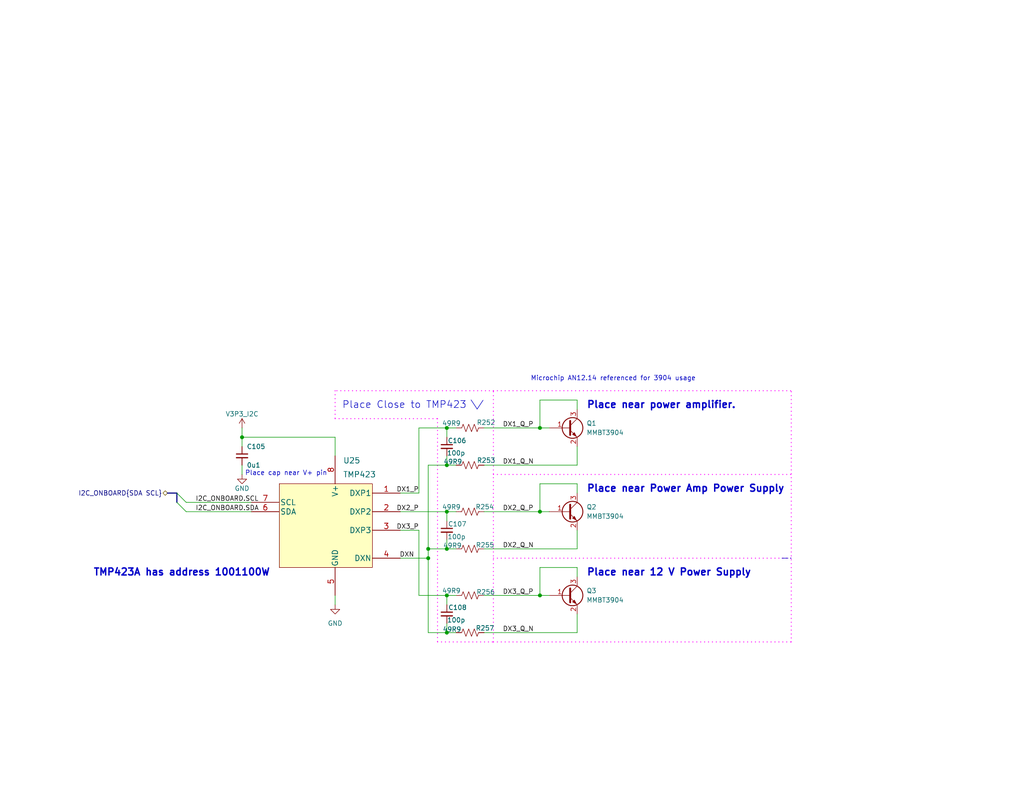
<source format=kicad_sch>
(kicad_sch (version 20211123) (generator eeschema)
  (paper "A")
  (title_block (title "Clock-Radio Main") (date "2022-03-05") (rev "0.5") (company "Ruralguru Projects") (comment 1 "Earl Watkins"))
  (lib_symbols
    (symbol "Device:C_Small" (pin_numbers hide) (pin_names (offset 0.254) hide)
      (property "Reference" "C" (at 0.254 1.778 0))
      (property "Value" "C_Small" (at 0.254 -2.032 0))
      (symbol "C_Small_0_1"
        (polyline (pts (xy -1.524 -0.508) (xy 1.524 -0.508)) (stroke (width 0.3302)))
        (polyline (pts (xy -1.524 0.508) (xy 1.524 0.508)) (stroke (width 0.3048)))
      )
      (symbol "C_Small_1_1"
        (pin passive line (at 0 2.54 270) (length 2.032) (name "~") (number "1"))
        (pin passive line (at 0 -2.54 90) (length 2.032) (name "~") (number "2"))
      )
    )
    (symbol "Device:R_US" (pin_numbers hide) (pin_names (offset 0))
      (property "Reference" "R" (at 2.54 0 90))
      (property "Value" "R_US" (at -2.54 0 90))
      (symbol "R_US_0_1"
        (polyline (pts (xy 0 -2.286) (xy 0 -2.54)))
        (polyline (pts (xy 0 2.286) (xy 0 2.54)))
        (polyline (pts (xy 0 -0.762) (xy 1.016 -1.143) (xy 0 -1.524) (xy -1.016 -1.905) (xy 0 -2.286)))
        (polyline (pts (xy 0 0.762) (xy 1.016 0.381) (xy 0 0) (xy -1.016 -0.381) (xy 0 -0.762)))
        (polyline (pts (xy 0 2.286) (xy 1.016 1.905) (xy 0 1.524) (xy -1.016 1.143) (xy 0 0.762)))
      )
      (symbol "R_US_1_1"
        (pin passive line (at 0 3.81 270) (length 1.27) (name "~") (number "1"))
        (pin passive line (at 0 -3.81 90) (length 1.27) (name "~") (number "2"))
      )
    )
    (symbol "ERW_Power:V3P3_I2C" (power) (pin_numbers hide) (pin_names (offset 0) hide)
      (property "Value" "V3P3_I2C" (at 0 3.556 0))
      (symbol "V3P3_I2C_0_1"
        (polyline (pts (xy -0.762 1.27) (xy 0 2.54)))
        (polyline (pts (xy 0 0) (xy 0 2.54)))
        (polyline (pts (xy 0 2.54) (xy 0.762 1.27)))
      )
      (symbol "V3P3_I2C_1_1"
        (pin power_in line (at 0 0 90) (length 0) hide (name "V3P3_I2C") (number "1"))
      )
    )
    (symbol "ERW_Sensor:TMP423" (pin_names (offset 0.254))
      (property "Reference" "U" (at 20.32 2.54 0))
      (property "Value" "TMP423" (at 2.54 2.54 0))
      (symbol "TMP423_0_1"
        (rectangle (start 25.4 -22.86) (end 0 0) (stroke (width 0.1524)) (fill (type background)))
      )
      (symbol "TMP423_1_1"
        (pin bidirectional line (at 33.02 -2.54 180) (length 7.62) (name "DXP1") (number "1"))
        (pin bidirectional line (at 33.02 -7.62 180) (length 7.62) (name "DXP2") (number "2"))
        (pin bidirectional line (at 33.02 -12.7 180) (length 7.62) (name "DXP3") (number "3"))
        (pin input line (at 33.02 -20.32 180) (length 7.62) (name "DXN") (number "4"))
        (pin power_in line (at 15.24 -30.48 90) (length 7.62) (name "GND") (number "5"))
        (pin bidirectional line (at -7.62 -7.62 0) (length 7.62) (name "SDA") (number "6"))
        (pin input line (at -7.62 -5.08 0) (length 7.62) (name "SCL") (number "7"))
        (pin power_in line (at 15.24 7.62 270) (length 7.62) (name "V+") (number "8"))
      )
    )
    (symbol "Transistor_BJT:MMBT3904" (pin_names (offset 0) hide)
      (property "Reference" "Q" (at 5.08 1.905 0))
      (property "Value" "MMBT3904" (at 5.08 0 0))
      (symbol "MMBT3904_0_1"
        (polyline (pts (xy 0.635 0.635) (xy 2.54 2.54)))
        (polyline (pts (xy 0.635 -0.635) (xy 2.54 -2.54) (xy 2.54 -2.54)))
        (polyline (pts (xy 0.635 1.905) (xy 0.635 -1.905) (xy 0.635 -1.905)) (stroke (width 0.508)))
        (polyline (pts (xy 1.27 -1.778) (xy 1.778 -1.27) (xy 2.286 -2.286) (xy 1.27 -1.778) (xy 1.27 -1.778)) (fill (type outline)))
        (circle (center 1.27 0) (radius 2.8194) (stroke (width 0.254)))
      )
      (symbol "MMBT3904_1_1"
        (pin input line (at -5.08 0 0) (length 5.715) (name "B") (number "1"))
        (pin passive line (at 2.54 -5.08 90) (length 2.54) (name "E") (number "2"))
        (pin passive line (at 2.54 5.08 270) (length 2.54) (name "C") (number "3"))
      )
    )
    (symbol "power:GND" (power) (pin_names (offset 0))
      (property "Value" "GND" (at 0 -3.81 0))
      (symbol "GND_0_1"
        (polyline (pts (xy 0 0) (xy 0 -1.27) (xy 1.27 -1.27) (xy 0 -2.54) (xy -1.27 -1.27) (xy 0 -1.27)))
      )
      (symbol "GND_1_1"
        (pin power_in line (at 0 0 270) (length 0) hide (name "GND") (number "1"))
      )
    )
  )
  (junction (at 147.32 139.7))
  (junction (at 147.32 162.56))
  (junction (at 121.92 116.84))
  (junction (at 116.84 149.86))
  (junction (at 66.04 119.38))
  (junction (at 147.32 116.84))
  (junction (at 121.92 127))
  (junction (at 121.92 172.72))
  (junction (at 121.92 162.56))
  (junction (at 116.84 152.4))
  (junction (at 121.92 139.7))
  (junction (at 121.92 149.86))
  (bus_entry (at 48.26 137.16) (size 2.54 2.54))
  (bus_entry (at 48.26 134.62) (size 2.54 2.54))
  (wire (pts (xy 132.08 127) (xy 157.48 127)))
  (polyline (pts (xy 134.62 175.26) (xy 134.62 106.68)) (stroke (width 0.254) (type dot) (color 255 0 255 1)))
  (wire (pts (xy 116.84 172.72) (xy 121.92 172.72)))
  (polyline (pts (xy 119.38 175.26) (xy 134.62 175.26)) (stroke (width 0.254) (type dot) (color 255 0 255 1)))
  (wire (pts (xy 157.48 132.08) (xy 147.32 132.08)))
  (wire (pts (xy 157.48 109.22) (xy 147.32 109.22)))
  (wire (pts (xy 147.32 154.94) (xy 147.32 162.56)))
  (wire (pts (xy 157.48 134.62) (xy 157.48 132.08)))
  (polyline (pts (xy 134.62 175.26) (xy 215.9 175.26)) (stroke (width 0.254) (type dot) (color 255 0 255 1)))
  (wire (pts (xy 114.3 162.56) (xy 121.92 162.56)))
  (polyline (pts (xy 91.44 114.3) (xy 119.38 114.3)) (stroke (width 0.254) (type dot) (color 255 0 255 1)))
  (wire (pts (xy 121.92 147.32) (xy 121.92 149.86)))
  (wire (pts (xy 132.08 116.84) (xy 147.32 116.84)))
  (wire (pts (xy 132.08 139.7) (xy 147.32 139.7)))
  (wire (pts (xy 109.22 152.4) (xy 116.84 152.4)))
  (wire (pts (xy 121.92 116.84) (xy 121.92 119.38)))
  (wire (pts (xy 157.48 121.92) (xy 157.48 127)))
  (wire (pts (xy 116.84 127) (xy 116.84 149.86)))
  (wire (pts (xy 121.92 170.18) (xy 121.92 172.72)))
  (polyline (pts (xy 134.62 152.4) (xy 215.9 152.4)) (stroke (width 0.254) (type dot) (color 255 0 255 1)))
  (wire (pts (xy 66.04 127) (xy 66.04 129.54)))
  (wire (pts (xy 121.92 149.86) (xy 124.46 149.86)))
  (wire (pts (xy 124.46 116.84) (xy 121.92 116.84)))
  (wire (pts (xy 121.92 139.7) (xy 121.92 142.24)))
  (wire (pts (xy 109.22 139.7) (xy 121.92 139.7)))
  (wire (pts (xy 114.3 116.84) (xy 121.92 116.84)))
  (wire (pts (xy 147.32 162.56) (xy 149.86 162.56)))
  (wire (pts (xy 132.08 149.86) (xy 157.48 149.86)))
  (wire (pts (xy 157.48 111.76) (xy 157.48 109.22)))
  (wire (pts (xy 114.3 144.78) (xy 114.3 162.56)))
  (wire (pts (xy 68.58 137.16) (xy 50.8 137.16)))
  (wire (pts (xy 121.92 162.56) (xy 121.92 165.1)))
  (polyline (pts (xy 119.38 114.3) (xy 119.38 175.26)) (stroke (width 0.254) (type dot) (color 255 0 255 1)))
  (wire (pts (xy 147.32 132.08) (xy 147.32 139.7)))
  (wire (pts (xy 121.92 124.46) (xy 121.92 127)))
  (wire (pts (xy 116.84 149.86) (xy 116.84 152.4)))
  (polyline (pts (xy 134.62 106.68) (xy 91.44 106.68)) (stroke (width 0.254) (type dot) (color 255 0 255 1)))
  (wire (pts (xy 66.04 119.38) (xy 91.44 119.38)))
  (wire (pts (xy 147.32 116.84) (xy 149.86 116.84)))
  (wire (pts (xy 147.32 109.22) (xy 147.32 116.84)))
  (wire (pts (xy 147.32 139.7) (xy 149.86 139.7)))
  (wire (pts (xy 68.58 139.7) (xy 50.8 139.7)))
  (wire (pts (xy 124.46 139.7) (xy 121.92 139.7)))
  (wire (pts (xy 91.44 124.46) (xy 91.44 119.38)))
  (wire (pts (xy 116.84 152.4) (xy 116.84 172.72)))
  (polyline (pts (xy 134.62 129.54) (xy 215.9 129.54)) (stroke (width 0.254) (type dot) (color 255 0 255 1)))
  (wire (pts (xy 114.3 134.62) (xy 114.3 116.84)))
  (wire (pts (xy 157.48 154.94) (xy 147.32 154.94)))
  (polyline (pts (xy 91.44 106.68) (xy 91.44 114.3)) (stroke (width 0.254) (type dot) (color 255 0 255 1)))
  (wire (pts (xy 66.04 121.92) (xy 66.04 119.38)))
  (bus (pts (xy 48.26 134.62) (xy 48.26 137.16)))
  (polyline (pts (xy 213.36 152.4) (xy 215.9 152.4)))
  (wire (pts (xy 66.04 119.38) (xy 66.04 116.84)))
  (wire (pts (xy 132.08 162.56) (xy 147.32 162.56)))
  (wire (pts (xy 109.22 144.78) (xy 114.3 144.78)))
  (wire (pts (xy 124.46 162.56) (xy 121.92 162.56)))
  (wire (pts (xy 116.84 127) (xy 121.92 127)))
  (bus (pts (xy 45.72 134.62) (xy 48.26 134.62)))
  (polyline (pts (xy 134.62 106.68) (xy 215.9 106.68)) (stroke (width 0.254) (type dot) (color 255 0 255 1)))
  (wire (pts (xy 157.48 167.64) (xy 157.48 172.72)))
  (wire (pts (xy 157.48 144.78) (xy 157.48 149.86)))
  (wire (pts (xy 109.22 134.62) (xy 114.3 134.62)))
  (wire (pts (xy 157.48 157.48) (xy 157.48 154.94)))
  (polyline (pts (xy 215.9 175.26) (xy 215.9 106.68)) (stroke (width 0.254) (type dot) (color 255 0 255 1)))
  (wire (pts (xy 121.92 127) (xy 124.46 127)))
  (wire (pts (xy 121.92 172.72) (xy 124.46 172.72)))
  (wire (pts (xy 116.84 149.86) (xy 121.92 149.86)))
  (wire (pts (xy 132.08 172.72) (xy 157.48 172.72)))
  (wire (pts (xy 91.44 162.56) (xy 91.44 165.1)))
  (text "Place cap near V+ pin" (at 66.8489 130.0125 0) (effects (font (size 1.27 1.27)) (justify left bottom)))
  (text "${SHEETNAME}" (at 12.7 30.48 0) (effects (font (size 10.16 10.16) (thickness 2.032) bold) (justify left bottom)))
  (text "Place near 12 V Power Supply" (at 160.02 157.48 0) (effects (font (size 1.905 1.905) (thickness 0.381) bold) (justify left bottom)))
  (text "Place near Power Amp Power Supply" (at 160.02 134.62 0) (effects (font (size 1.905 1.905) (thickness 0.381) bold) (justify left bottom)))
  (text "Microchip AN12.14 referenced for 3904 usage" (at 144.78 104.14 0) (effects (font (size 1.27 1.27)) (justify left bottom)))
  (text "TMP423A has address 1001100W" (at 25.4 157.48 0) (effects (font (size 1.905 1.905) (thickness 0.381) bold) (justify left bottom)))
  (text "Place near power amplifier." (at 160.02 111.76 0) (effects (font (size 1.905 1.905) (thickness 0.381) bold) (justify left bottom)))
  (text "Place Close to TMP423 \\/" (at 132.08 111.76 180) (effects (font (size 1.905 1.905)) (justify right bottom)))
  (label "DX2_Q_P" (at 137.16 139.7 0))
  (label "DX3_Q_P" (at 137.16 162.56 0))
  (label "DX1_Q_P" (at 137.16 116.84 0))
  (label "DX2_Q_N" (at 137.16 149.86 0))
  (label "DXN" (at 113.03 152.4 180))
  (label "I2C_ONBOARD.SDA" (at 53.34 139.7 0))
  (label "DX1_Q_N" (at 137.16 127 0))
  (label "DX2_P" (at 114.3 139.7 180))
  (label "DX3_Q_N" (at 137.16 172.72 0))
  (label "DX3_P" (at 114.3 144.78 180))
  (label "DX1_P" (at 114.3 134.62 180))
  (label "I2C_ONBOARD.SCL" (at 53.34 137.16 0))
  (hierarchical_label "I2C_ONBOARD{SDA SCL}" (shape bidirectional) (at 45.72 134.62 180))
  (symbol (lib_id "Transistor_BJT:MMBT3904") (at 154.94 116.84 0) (unit 1)
    (property "Reference" "Q1" (at 160.02 115.5699 0) (effects (justify left)))
    (property "Value" "MMBT3904" (at 160.02 118.1099 0) (effects (justify left)))
    (property "Footprint" "ERW_DFN:DFN-3" (effects hide))
    (property "Datasheet" "https://www.onsemi.com/pub/Collateral/2N3903-D.PDF" (effects hide))
    (property "Description" "Transistors - BJT General Purpose Tran X1-DFN1006-3,10K" (effects hide))
    (property "MFR" "Diodes Incorporated" (effects hide))
    (property "MPN" "MMBT3904LP-7B" (effects hide))
    (property "Status" "ALWAYS" (effects hide))
    (property "Vendor" "Mouser" (effects hide))
    (property "Vendor PN" "621-MMBT3904LP-7B" (effects hide))
  )
  (symbol (lib_id "ERW_Sensor:TMP423") (at 76.2 132.08 0) (unit 1)
    (property "Reference" "U25" (at 93.5851 125.73 0) (effects (font (size 1.524 1.524)) (justify left)))
    (property "Value" "TMP423" (at 93.5851 129.54 0) (effects (font (size 1.524 1.524)) (justify left)))
    (property "Footprint" "ERW_SO:SO-8_3x3mm_P0.65mm" (effects hide))
    (property "Description" "Temperature Sensors 3Ch Remote -40 to 125" (effects hide))
    (property "MFR" "Texas Instruments" (effects hide))
    (property "MPN" "TMP423AQDCNTQ1" (effects hide))
    (property "Status" "ALWAYS" (effects hide))
    (property "Vendor" "Mouser" (effects hide))
    (property "Vendor PN" "595-TMP423AQDCNTQ1" (effects hide))
  )
  (symbol (lib_id "Device:C_Small") (at 121.92 121.92 0) (unit 1)
    (property "Reference" "C106" (at 122.1596 120.3099 0) (effects (justify left)))
    (property "Value" "100p" (at 121.9394 123.6869 0) (effects (justify left)))
    (property "Footprint" "Capacitor_SMD:C_0603_1608Metric_Pad1.08x0.95mm_HandSolder" (effects hide))
    (property "Description" "MLCC - SMD/SMT 16V 100pF C0G 0603 5%" (effects hide))
    (property "MFR" "YAGEO" (effects hide))
    (property "MPN" "CC0603JRNPO7BN101" (effects hide))
    (property "Status" "ALWAYS" (effects hide))
    (property "Vendor" "Mouser" (effects hide))
    (property "Vendor PN" "603-CC0603JR7BN101" (effects hide))
  )
  (symbol (lib_id "Device:R_US") (at 128.27 139.7 90) (unit 1)
    (property "Reference" "R254" (at 129.7235 138.381 90) (effects (justify right)))
    (property "Value" "49R9" (at 125.73 138.43 90) (effects (justify left)))
    (property "Footprint" "Resistor_SMD:R_0603_1608Metric_Pad0.98x0.95mm_HandSolder" (effects hide))
    (property "Vendor" "Mouser" (effects hide))
    (property "Description" "Resistors - SMD 1/10W 49.9 Ohms 0.5%" (effects hide))
    (property "MFR" "YAGEO" (effects hide))
    (property "MPN" "RT0603DRE0749R9L" (effects hide))
    (property "Vendor PN" "603-RT0603DRE0749R9L" (effects hide))
  )
  (symbol (lib_id "power:GND") (at 91.44 165.1 0) (unit 1)
    (property "Reference" "#PWR0101" (effects hide))
    (property "Value" "GND" (at 91.44 170.18 0))
  )
  (symbol (lib_id "Device:R_US") (at 128.27 127 90) (unit 1)
    (property "Reference" "R253" (at 130.0906 125.6936 90) (effects (justify right)))
    (property "Value" "49R9" (at 126.124 126.0479 90) (effects (justify left)))
    (property "Footprint" "Resistor_SMD:R_0603_1608Metric_Pad0.98x0.95mm_HandSolder" (effects hide))
    (property "Vendor" "Mouser" (effects hide))
    (property "Description" "Resistors - SMD 1/10W 49.9 Ohms 0.5%" (effects hide))
    (property "MFR" "YAGEO" (effects hide))
    (property "MPN" "RT0603DRE0749R9L" (effects hide))
    (property "Vendor PN" "603-RT0603DRE0749R9L" (effects hide))
  )
  (symbol (lib_id "power:GND") (at 66.04 129.54 0) (unit 1)
    (property "Reference" "#PWR0100" (effects hide))
    (property "Value" "GND" (at 66.04 133.35 0))
  )
  (symbol (lib_id "Device:C_Small") (at 121.92 167.64 0) (unit 1)
    (property "Reference" "C108" (at 122.2942 165.8564 0) (effects (justify left)))
    (property "Value" "100p" (at 121.9639 169.2877 0) (effects (justify left)))
    (property "Footprint" "Capacitor_SMD:C_0603_1608Metric_Pad1.08x0.95mm_HandSolder" (effects hide))
    (property "Description" "MLCC - SMD/SMT 16V 100pF C0G 0603 5%" (effects hide))
    (property "MFR" "YAGEO" (effects hide))
    (property "MPN" "CC0603JRNPO7BN101" (effects hide))
    (property "Status" "ALWAYS" (effects hide))
    (property "Vendor" "Mouser" (effects hide))
    (property "Vendor PN" "603-CC0603JR7BN101" (effects hide))
  )
  (symbol (lib_id "Device:R_US") (at 128.27 172.72 90) (unit 1)
    (property "Reference" "R257" (at 129.7825 171.4902 90) (effects (justify right)))
    (property "Value" "49R9" (at 125.8915 171.8205 90) (effects (justify left)))
    (property "Footprint" "Resistor_SMD:R_0603_1608Metric_Pad0.98x0.95mm_HandSolder" (effects hide))
    (property "Vendor" "Mouser" (effects hide))
    (property "Description" "Resistors - SMD 1/10W 49.9 Ohms 0.5%" (effects hide))
    (property "MFR" "YAGEO" (effects hide))
    (property "MPN" "RT0603DRE0749R9L" (effects hide))
    (property "Vendor PN" "603-RT0603DRE0749R9L" (effects hide))
  )
  (symbol (lib_id "Transistor_BJT:MMBT3904") (at 154.94 139.7 0) (unit 1)
    (property "Reference" "Q2" (at 160.02 138.4299 0) (effects (justify left)))
    (property "Value" "MMBT3904" (at 160.02 140.9699 0) (effects (justify left)))
    (property "Footprint" "ERW_DFN:DFN-3" (effects hide))
    (property "Datasheet" "https://www.onsemi.com/pub/Collateral/2N3903-D.PDF" (effects hide))
    (property "Description" "Transistors - BJT General Purpose Tran X1-DFN1006-3,10K" (effects hide))
    (property "MFR" "Diodes Incorporated" (effects hide))
    (property "MPN" "MMBT3904LP-7B" (effects hide))
    (property "Status" "ALWAYS" (effects hide))
    (property "Vendor" "Mouser" (effects hide))
    (property "Vendor PN" "621-MMBT3904LP-7B" (effects hide))
  )
  (symbol (lib_id "ERW_Power:V3P3_I2C") (at 66.04 116.84 0) (unit 1)
    (property "Reference" "#PWR099" (effects hide))
    (property "Value" "V3P3_I2C" (at 66.04 113.03 0))
  )
  (symbol (lib_id "Device:R_US") (at 128.27 162.56 90) (unit 1)
    (property "Reference" "R256" (at 129.966 161.6351 90) (effects (justify right)))
    (property "Value" "49R9" (at 125.73 161.29 90) (effects (justify left)))
    (property "Footprint" "Resistor_SMD:R_0603_1608Metric_Pad0.98x0.95mm_HandSolder" (effects hide))
    (property "Vendor" "Mouser" (effects hide))
    (property "Description" "Resistors - SMD 1/10W 49.9 Ohms 0.5%" (effects hide))
    (property "MFR" "YAGEO" (effects hide))
    (property "MPN" "RT0603DRE0749R9L" (effects hide))
    (property "Vendor PN" "603-RT0603DRE0749R9L" (effects hide))
  )
  (symbol (lib_id "Device:R_US") (at 128.27 149.86 90) (unit 1)
    (property "Reference" "R255" (at 129.7969 148.7984 90) (effects (justify right)))
    (property "Value" "49R9" (at 126.0016 148.9418 90) (effects (justify left)))
    (property "Footprint" "Resistor_SMD:R_0603_1608Metric_Pad0.98x0.95mm_HandSolder" (effects hide))
    (property "Vendor" "Mouser" (effects hide))
    (property "Description" "Resistors - SMD 1/10W 49.9 Ohms 0.5%" (effects hide))
    (property "MFR" "YAGEO" (effects hide))
    (property "MPN" "RT0603DRE0749R9L" (effects hide))
    (property "Vendor PN" "603-RT0603DRE0749R9L" (effects hide))
  )
  (symbol (lib_id "Device:C_Small") (at 121.92 144.78 0) (unit 1)
    (property "Reference" "C107" (at 122.2208 143.0686 0) (effects (justify left)))
    (property "Value" "100p" (at 122.074 146.5558 0) (effects (justify left)))
    (property "Footprint" "Capacitor_SMD:C_0603_1608Metric_Pad1.08x0.95mm_HandSolder" (effects hide))
    (property "Description" "MLCC - SMD/SMT 16V 100pF C0G 0603 5%" (effects hide))
    (property "MFR" "YAGEO" (effects hide))
    (property "MPN" "CC0603JRNPO7BN101" (effects hide))
    (property "Status" "ALWAYS" (effects hide))
    (property "Vendor" "Mouser" (effects hide))
    (property "Vendor PN" "603-CC0603JR7BN101" (effects hide))
  )
  (symbol (lib_id "Transistor_BJT:MMBT3904") (at 154.94 162.56 0) (unit 1)
    (property "Reference" "Q3" (at 160.02 161.2899 0) (effects (justify left)))
    (property "Value" "MMBT3904" (at 160.02 163.8299 0) (effects (justify left)))
    (property "Footprint" "ERW_DFN:DFN-3" (effects hide))
    (property "Datasheet" "https://www.onsemi.com/pub/Collateral/2N3903-D.PDF" (effects hide))
    (property "Description" "Transistors - BJT General Purpose Tran X1-DFN1006-3,10K" (effects hide))
    (property "MFR" "Diodes Incorporated" (effects hide))
    (property "MPN" "MMBT3904LP-7B" (effects hide))
    (property "Status" "ALWAYS" (effects hide))
    (property "Vendor" "Mouser" (effects hide))
    (property "Vendor PN" "621-MMBT3904LP-7B" (effects hide))
  )
  (symbol (lib_id "Device:C_Small") (at 66.04 124.46 0) (unit 1)
    (property "Reference" "C105" (at 67.31 121.92 0) (effects (justify left)))
    (property "Value" "0u1" (at 67.31 127 0) (effects (justify left)))
    (property "Footprint" "Capacitor_SMD:C_0603_1608Metric_Pad1.08x0.95mm_HandSolder" (effects hide))
    (property "Description" "MLCC - SMD/SMT 50V 0.1uF X7R 0603 5%" (effects hide))
    (property "MFR" "KEMET" (effects hide))
    (property "MPN" "C0603C104J5RACTU" (effects hide))
    (property "Status" "ALWAYS" (effects hide))
    (property "Vendor" "Mouser" (effects hide))
    (property "Vendor PN" "80-C0603C104J5R" (effects hide))
  )
  (symbol (lib_id "Device:R_US") (at 128.27 116.84 90) (unit 1)
    (property "Reference" "R252" (at 130.0538 115.3422 90) (effects (justify right)))
    (property "Value" "49R9" (at 125.73 115.57 90) (effects (justify left)))
    (property "Footprint" "Resistor_SMD:R_0603_1608Metric_Pad0.98x0.95mm_HandSolder" (effects hide))
    (property "Vendor" "Mouser" (effects hide))
    (property "Description" "Resistors - SMD 1/10W 49.9 Ohms 0.5%" (effects hide))
    (property "MFR" "YAGEO" (effects hide))
    (property "MPN" "RT0603DRE0749R9L" (effects hide))
    (property "Vendor PN" "603-RT0603DRE0749R9L" (effects hide))
  )
)
</source>
